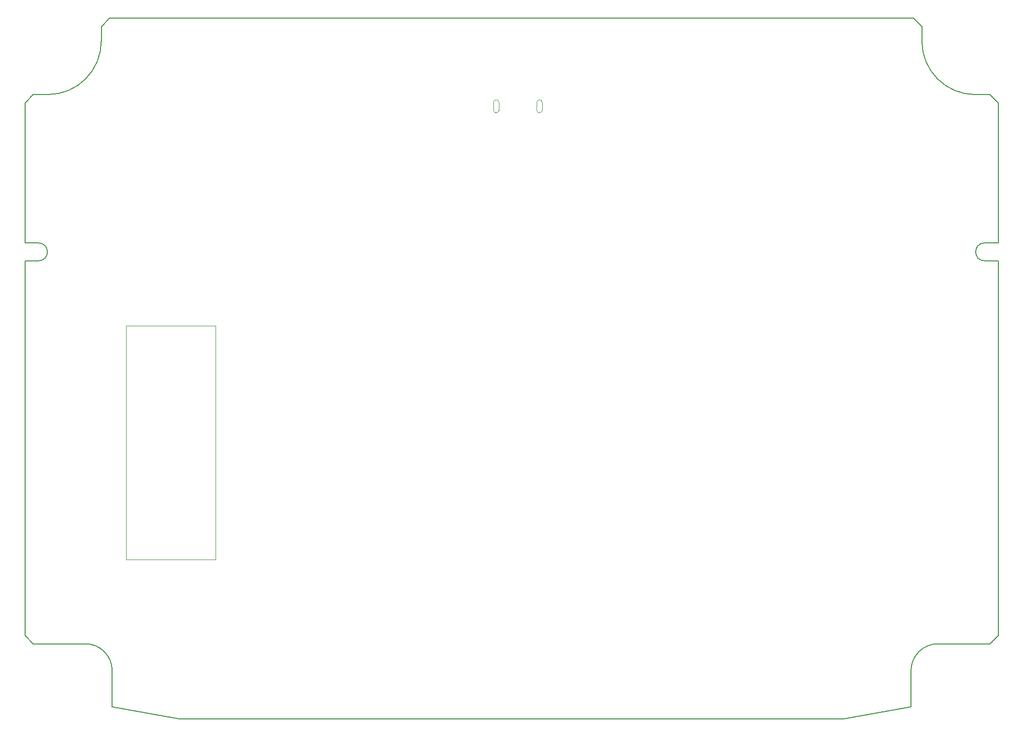
<source format=gko>
G75*
G70*
%OFA0B0*%
%FSLAX25Y25*%
%IPPOS*%
%LPD*%
%AMOC8*
5,1,8,0,0,1.08239X$1,22.5*
%
%ADD171C,0.00472*%
%ADD276C,0.00079*%
%ADD65C,0.00787*%
X0000000Y0000000D02*
%LPD*%
G01*
D65*
X0543150Y0000000D02*
X0587855Y0007874D01*
X0050630Y0449370D02*
X0050630Y0458999D01*
X0009055Y0315551D02*
G75*
G02*
X0009055Y0303740I0000001J-005906D01*
G01*
X0630472Y0413937D02*
G75*
G02*
X0595039Y0449370I0000000J0035433D01*
G01*
X0057874Y0007874D02*
X0057874Y0032315D01*
X0040157Y0049803D02*
G75*
G02*
X0057874Y0032315I-000185J-017905D01*
G01*
X0636614Y0315551D02*
X0645669Y0315551D01*
X0587795Y0031843D02*
G75*
G02*
X0605855Y0049803I0017989J-000028D01*
G01*
X0000000Y0055371D02*
X0000000Y0303740D01*
X0015197Y0413937D02*
X0005568Y0413937D01*
X0589472Y0464567D02*
X0056198Y0464567D01*
X0640102Y0049803D02*
X0605855Y0049803D01*
X0009055Y0303740D02*
X0000000Y0303740D01*
X0587855Y0007874D02*
X0587795Y0031843D01*
X0543150Y0000000D02*
X0102520Y0000000D01*
X0645669Y0055371D02*
X0645669Y0303740D01*
X0050630Y0458999D02*
X0056198Y0464567D01*
X0645669Y0315551D02*
X0645669Y0408369D01*
X0595039Y0458999D02*
X0589472Y0464567D01*
X0009055Y0315551D02*
X0000000Y0315551D01*
X0102520Y0000000D02*
X0057874Y0007874D01*
X0645669Y0408369D02*
X0640102Y0413937D01*
X0630472Y0413937D02*
X0640102Y0413937D01*
X0636614Y0303740D02*
X0645669Y0303740D01*
X0645669Y0055371D02*
X0640102Y0049803D01*
X0050630Y0449370D02*
G75*
G02*
X0015197Y0413937I-035433J0000000D01*
G01*
X0000000Y0408369D02*
X0005568Y0413937D01*
X0595039Y0449370D02*
X0595039Y0458999D01*
X0636614Y0303740D02*
G75*
G02*
X0636614Y0315551I0000000J0005906D01*
G01*
X0000000Y0315551D02*
X0000000Y0408369D01*
X0000000Y0055371D02*
X0005568Y0049803D01*
X0005568Y0049803D02*
X0040157Y0049803D01*
D171*
X0339580Y0403578D02*
G75*
G03*
X0343075Y0403319I0001759J0000030D01*
G01*
X0343075Y0408751D02*
G75*
G03*
X0339580Y0409010I-001759J-000030D01*
G01*
X0310862Y0403602D02*
G75*
G03*
X0314357Y0403344I0001759J0000030D01*
G01*
X0314357Y0408775D02*
G75*
G03*
X0310862Y0409034I-001759J-000030D01*
G01*
X0314357Y0408775D02*
X0314357Y0403344D01*
X0343075Y0408751D02*
X0343075Y0403319D01*
X0310862Y0403602D02*
X0310862Y0409034D01*
X0339580Y0403578D02*
X0339580Y0409010D01*
X0155659Y0382900D02*
G01*
G75*
X0346801Y0360827D02*
G01*
G75*
X0154380Y0232171D02*
G01*
G75*
X0154774Y0171836D02*
G01*
G75*
X0150049Y0172349D02*
G01*
G75*
X0374311Y0173278D02*
G01*
G75*
X0105285Y0328895D02*
G01*
G75*
X0304590Y0168158D02*
G01*
G75*
X0067106Y0260650D02*
%LPD*%
G01*
D276*
X0067106Y0260650D02*
X0067106Y0105729D01*
X0067106Y0105729D02*
X0126555Y0105729D01*
X0126555Y0105729D02*
X0126555Y0260650D01*
X0126555Y0260650D02*
X0067106Y0260650D01*
X0124902Y0295374D02*
G01*
G75*
X0244882Y0127264D02*
G01*
G75*
X0281543Y0227035D02*
G01*
G75*
M02*

</source>
